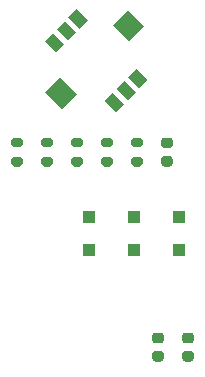
<source format=gbr>
G04 #@! TF.GenerationSoftware,KiCad,Pcbnew,(5.1.9)-1*
G04 #@! TF.CreationDate,2021-02-23T11:14:44+09:00*
G04 #@! TF.ProjectId,powertrain,706f7765-7274-4726-9169-6e2e6b696361,rev?*
G04 #@! TF.SameCoordinates,Original*
G04 #@! TF.FileFunction,Paste,Top*
G04 #@! TF.FilePolarity,Positive*
%FSLAX46Y46*%
G04 Gerber Fmt 4.6, Leading zero omitted, Abs format (unit mm)*
G04 Created by KiCad (PCBNEW (5.1.9)-1) date 2021-02-23 11:14:44*
%MOMM*%
%LPD*%
G01*
G04 APERTURE LIST*
%ADD10C,0.100000*%
%ADD11R,1.100000X1.100000*%
G04 APERTURE END LIST*
D10*
G36*
X45573930Y-29246284D02*
G01*
X44301138Y-30519076D01*
X42886924Y-29104862D01*
X44159716Y-27832070D01*
X45573930Y-29246284D01*
G37*
G36*
X39846365Y-34973849D02*
G01*
X38573573Y-36246641D01*
X37159359Y-34832427D01*
X38432151Y-33559635D01*
X39846365Y-34973849D01*
G37*
G36*
X38803382Y-30748886D02*
G01*
X38096276Y-31455992D01*
X37141682Y-30501398D01*
X37848788Y-29794292D01*
X38803382Y-30748886D01*
G37*
G36*
X40818636Y-28733631D02*
G01*
X40111530Y-29440737D01*
X39156936Y-28486143D01*
X39864042Y-27779037D01*
X40818636Y-28733631D01*
G37*
G36*
X39811009Y-29741259D02*
G01*
X39103903Y-30448365D01*
X38149309Y-29493771D01*
X38856415Y-28786665D01*
X39811009Y-29741259D01*
G37*
G36*
X45874450Y-33789445D02*
G01*
X45167344Y-34496551D01*
X44212750Y-33541957D01*
X44919856Y-32834851D01*
X45874450Y-33789445D01*
G37*
G36*
X44866823Y-34797072D02*
G01*
X44159717Y-35504178D01*
X43205123Y-34549584D01*
X43912229Y-33842478D01*
X44866823Y-34797072D01*
G37*
G36*
X43859196Y-35804699D02*
G01*
X43152090Y-36511805D01*
X42197496Y-35557211D01*
X42904602Y-34850105D01*
X43859196Y-35804699D01*
G37*
D11*
X48514000Y-48136000D03*
X48514000Y-45336000D03*
X40894000Y-48136000D03*
X40894000Y-45336000D03*
X44704000Y-48136000D03*
X44704000Y-45336000D03*
G36*
G01*
X46986000Y-56063000D02*
X46486000Y-56063000D01*
G75*
G02*
X46261000Y-55838000I0J225000D01*
G01*
X46261000Y-55388000D01*
G75*
G02*
X46486000Y-55163000I225000J0D01*
G01*
X46986000Y-55163000D01*
G75*
G02*
X47211000Y-55388000I0J-225000D01*
G01*
X47211000Y-55838000D01*
G75*
G02*
X46986000Y-56063000I-225000J0D01*
G01*
G37*
G36*
G01*
X46986000Y-57613000D02*
X46486000Y-57613000D01*
G75*
G02*
X46261000Y-57388000I0J225000D01*
G01*
X46261000Y-56938000D01*
G75*
G02*
X46486000Y-56713000I225000J0D01*
G01*
X46986000Y-56713000D01*
G75*
G02*
X47211000Y-56938000I0J-225000D01*
G01*
X47211000Y-57388000D01*
G75*
G02*
X46986000Y-57613000I-225000J0D01*
G01*
G37*
G36*
G01*
X49026000Y-56713000D02*
X49526000Y-56713000D01*
G75*
G02*
X49751000Y-56938000I0J-225000D01*
G01*
X49751000Y-57388000D01*
G75*
G02*
X49526000Y-57613000I-225000J0D01*
G01*
X49026000Y-57613000D01*
G75*
G02*
X48801000Y-57388000I0J225000D01*
G01*
X48801000Y-56938000D01*
G75*
G02*
X49026000Y-56713000I225000J0D01*
G01*
G37*
G36*
G01*
X49026000Y-55163000D02*
X49526000Y-55163000D01*
G75*
G02*
X49751000Y-55388000I0J-225000D01*
G01*
X49751000Y-55838000D01*
G75*
G02*
X49526000Y-56063000I-225000J0D01*
G01*
X49026000Y-56063000D01*
G75*
G02*
X48801000Y-55838000I0J225000D01*
G01*
X48801000Y-55388000D01*
G75*
G02*
X49026000Y-55163000I225000J0D01*
G01*
G37*
G36*
G01*
X34523000Y-40303000D02*
X35073000Y-40303000D01*
G75*
G02*
X35273000Y-40503000I0J-200000D01*
G01*
X35273000Y-40903000D01*
G75*
G02*
X35073000Y-41103000I-200000J0D01*
G01*
X34523000Y-41103000D01*
G75*
G02*
X34323000Y-40903000I0J200000D01*
G01*
X34323000Y-40503000D01*
G75*
G02*
X34523000Y-40303000I200000J0D01*
G01*
G37*
G36*
G01*
X34523000Y-38653000D02*
X35073000Y-38653000D01*
G75*
G02*
X35273000Y-38853000I0J-200000D01*
G01*
X35273000Y-39253000D01*
G75*
G02*
X35073000Y-39453000I-200000J0D01*
G01*
X34523000Y-39453000D01*
G75*
G02*
X34323000Y-39253000I0J200000D01*
G01*
X34323000Y-38853000D01*
G75*
G02*
X34523000Y-38653000I200000J0D01*
G01*
G37*
G36*
G01*
X37613000Y-39453000D02*
X37063000Y-39453000D01*
G75*
G02*
X36863000Y-39253000I0J200000D01*
G01*
X36863000Y-38853000D01*
G75*
G02*
X37063000Y-38653000I200000J0D01*
G01*
X37613000Y-38653000D01*
G75*
G02*
X37813000Y-38853000I0J-200000D01*
G01*
X37813000Y-39253000D01*
G75*
G02*
X37613000Y-39453000I-200000J0D01*
G01*
G37*
G36*
G01*
X37613000Y-41103000D02*
X37063000Y-41103000D01*
G75*
G02*
X36863000Y-40903000I0J200000D01*
G01*
X36863000Y-40503000D01*
G75*
G02*
X37063000Y-40303000I200000J0D01*
G01*
X37613000Y-40303000D01*
G75*
G02*
X37813000Y-40503000I0J-200000D01*
G01*
X37813000Y-40903000D01*
G75*
G02*
X37613000Y-41103000I-200000J0D01*
G01*
G37*
G36*
G01*
X40153000Y-39453000D02*
X39603000Y-39453000D01*
G75*
G02*
X39403000Y-39253000I0J200000D01*
G01*
X39403000Y-38853000D01*
G75*
G02*
X39603000Y-38653000I200000J0D01*
G01*
X40153000Y-38653000D01*
G75*
G02*
X40353000Y-38853000I0J-200000D01*
G01*
X40353000Y-39253000D01*
G75*
G02*
X40153000Y-39453000I-200000J0D01*
G01*
G37*
G36*
G01*
X40153000Y-41103000D02*
X39603000Y-41103000D01*
G75*
G02*
X39403000Y-40903000I0J200000D01*
G01*
X39403000Y-40503000D01*
G75*
G02*
X39603000Y-40303000I200000J0D01*
G01*
X40153000Y-40303000D01*
G75*
G02*
X40353000Y-40503000I0J-200000D01*
G01*
X40353000Y-40903000D01*
G75*
G02*
X40153000Y-41103000I-200000J0D01*
G01*
G37*
G36*
G01*
X42143000Y-40303000D02*
X42693000Y-40303000D01*
G75*
G02*
X42893000Y-40503000I0J-200000D01*
G01*
X42893000Y-40903000D01*
G75*
G02*
X42693000Y-41103000I-200000J0D01*
G01*
X42143000Y-41103000D01*
G75*
G02*
X41943000Y-40903000I0J200000D01*
G01*
X41943000Y-40503000D01*
G75*
G02*
X42143000Y-40303000I200000J0D01*
G01*
G37*
G36*
G01*
X42143000Y-38653000D02*
X42693000Y-38653000D01*
G75*
G02*
X42893000Y-38853000I0J-200000D01*
G01*
X42893000Y-39253000D01*
G75*
G02*
X42693000Y-39453000I-200000J0D01*
G01*
X42143000Y-39453000D01*
G75*
G02*
X41943000Y-39253000I0J200000D01*
G01*
X41943000Y-38853000D01*
G75*
G02*
X42143000Y-38653000I200000J0D01*
G01*
G37*
G36*
G01*
X44683000Y-40303000D02*
X45233000Y-40303000D01*
G75*
G02*
X45433000Y-40503000I0J-200000D01*
G01*
X45433000Y-40903000D01*
G75*
G02*
X45233000Y-41103000I-200000J0D01*
G01*
X44683000Y-41103000D01*
G75*
G02*
X44483000Y-40903000I0J200000D01*
G01*
X44483000Y-40503000D01*
G75*
G02*
X44683000Y-40303000I200000J0D01*
G01*
G37*
G36*
G01*
X44683000Y-38653000D02*
X45233000Y-38653000D01*
G75*
G02*
X45433000Y-38853000I0J-200000D01*
G01*
X45433000Y-39253000D01*
G75*
G02*
X45233000Y-39453000I-200000J0D01*
G01*
X44683000Y-39453000D01*
G75*
G02*
X44483000Y-39253000I0J200000D01*
G01*
X44483000Y-38853000D01*
G75*
G02*
X44683000Y-38653000I200000J0D01*
G01*
G37*
G36*
G01*
X47754250Y-39528000D02*
X47241750Y-39528000D01*
G75*
G02*
X47023000Y-39309250I0J218750D01*
G01*
X47023000Y-38871750D01*
G75*
G02*
X47241750Y-38653000I218750J0D01*
G01*
X47754250Y-38653000D01*
G75*
G02*
X47973000Y-38871750I0J-218750D01*
G01*
X47973000Y-39309250D01*
G75*
G02*
X47754250Y-39528000I-218750J0D01*
G01*
G37*
G36*
G01*
X47754250Y-41103000D02*
X47241750Y-41103000D01*
G75*
G02*
X47023000Y-40884250I0J218750D01*
G01*
X47023000Y-40446750D01*
G75*
G02*
X47241750Y-40228000I218750J0D01*
G01*
X47754250Y-40228000D01*
G75*
G02*
X47973000Y-40446750I0J-218750D01*
G01*
X47973000Y-40884250D01*
G75*
G02*
X47754250Y-41103000I-218750J0D01*
G01*
G37*
M02*

</source>
